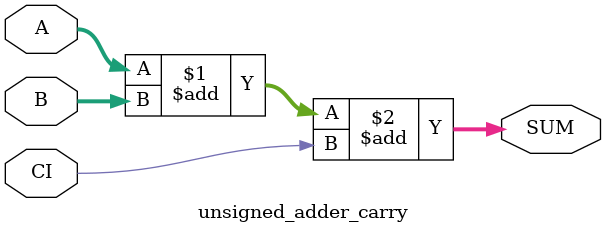
<source format=v>
`timescale 1ns / 1ps
module unsigned_adder_carry(
    input [7:0] A,
    input [7:0] B,
    input CI,
    output [7:0] SUM
    );
	 
	 assign SUM = A + B + CI;

endmodule

</source>
